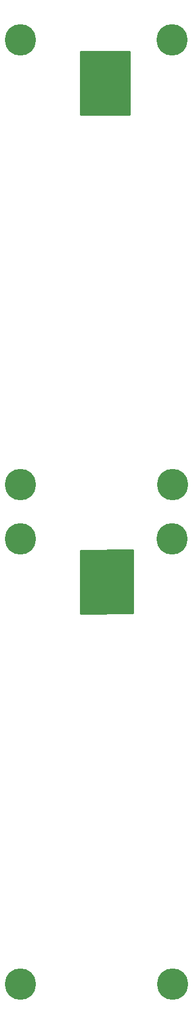
<source format=gbr>
G04 #@! TF.GenerationSoftware,KiCad,Pcbnew,(5.1.12)-1*
G04 #@! TF.CreationDate,2021-11-28T05:59:15+13:00*
G04 #@! TF.ProjectId,RGB-to-component-covers,5247422d-746f-42d6-936f-6d706f6e656e,rev?*
G04 #@! TF.SameCoordinates,Original*
G04 #@! TF.FileFunction,Soldermask,Bot*
G04 #@! TF.FilePolarity,Negative*
%FSLAX46Y46*%
G04 Gerber Fmt 4.6, Leading zero omitted, Abs format (unit mm)*
G04 Created by KiCad (PCBNEW (5.1.12)-1) date 2021-11-28 05:59:15*
%MOMM*%
%LPD*%
G01*
G04 APERTURE LIST*
%ADD10C,4.802000*%
%ADD11C,0.254000*%
%ADD12C,0.100000*%
G04 APERTURE END LIST*
D10*
X78800000Y-41000000D03*
X102200000Y-109000000D03*
X102150000Y-41000000D03*
X78800000Y-109000000D03*
X102200000Y-185300000D03*
X78800000Y-117300000D03*
X78800000Y-185300000D03*
X102150000Y-117300000D03*
D11*
X96073000Y-128623762D02*
X88027000Y-128672232D01*
X88027000Y-119026238D01*
X96073000Y-118977768D01*
X96073000Y-128623762D01*
D12*
G36*
X96073000Y-128623762D02*
G01*
X88027000Y-128672232D01*
X88027000Y-119026238D01*
X96073000Y-118977768D01*
X96073000Y-128623762D01*
G37*
D11*
X95573000Y-52373000D02*
X88027000Y-52373000D01*
X88027000Y-42727000D01*
X95573000Y-42727000D01*
X95573000Y-52373000D01*
D12*
G36*
X95573000Y-52373000D02*
G01*
X88027000Y-52373000D01*
X88027000Y-42727000D01*
X95573000Y-42727000D01*
X95573000Y-52373000D01*
G37*
G36*
X96195788Y-128749036D02*
G01*
X96195788Y-128751036D01*
X96194068Y-128752036D01*
X87906154Y-128801963D01*
X87904416Y-128800973D01*
X87904404Y-128798973D01*
X87906130Y-128797963D01*
X96194042Y-128748036D01*
X96194056Y-128748036D01*
X96195788Y-128749036D01*
G37*
G36*
X96195584Y-118849027D02*
G01*
X96195596Y-118851027D01*
X96193870Y-118852037D01*
X87905958Y-118901964D01*
X87905944Y-118901964D01*
X87904212Y-118900964D01*
X87904212Y-118898964D01*
X87905932Y-118897964D01*
X96193846Y-118848037D01*
X96195584Y-118849027D01*
G37*
M02*

</source>
